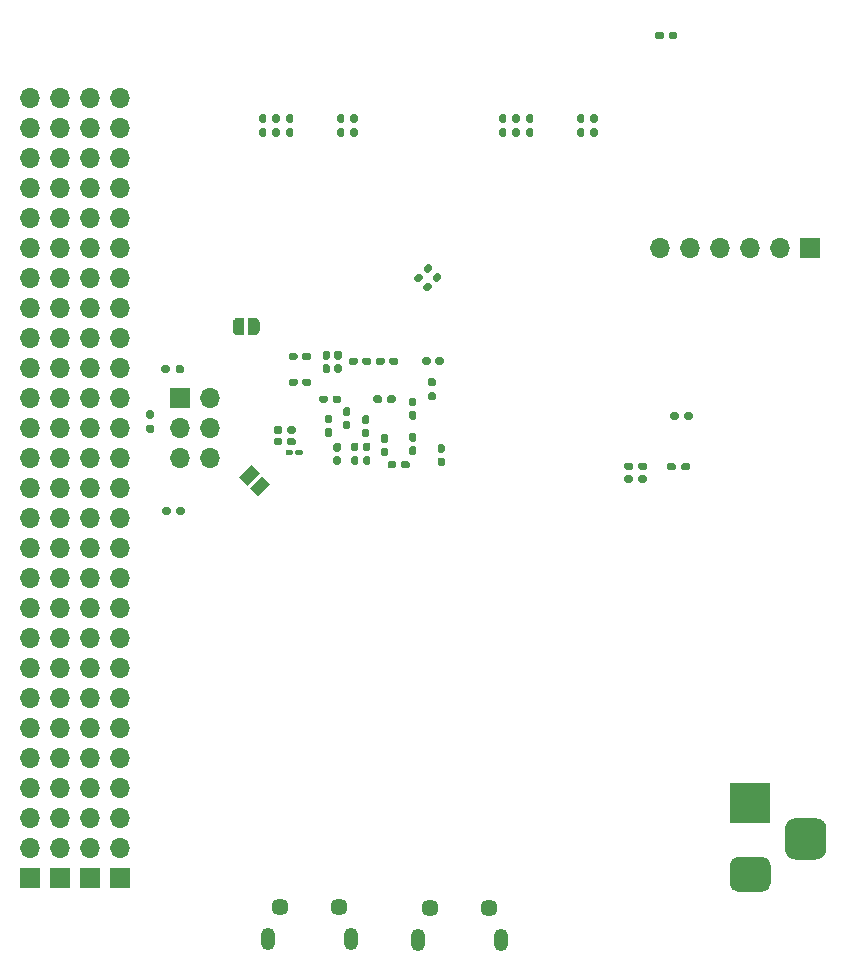
<source format=gbr>
%TF.GenerationSoftware,KiCad,Pcbnew,(5.1.8-0-10_14)*%
%TF.CreationDate,2020-12-07T13:54:23+00:00*%
%TF.ProjectId,STM32MP1_TestBoard,53544d33-324d-4503-915f-54657374426f,rev?*%
%TF.SameCoordinates,Original*%
%TF.FileFunction,Soldermask,Bot*%
%TF.FilePolarity,Negative*%
%FSLAX46Y46*%
G04 Gerber Fmt 4.6, Leading zero omitted, Abs format (unit mm)*
G04 Created by KiCad (PCBNEW (5.1.8-0-10_14)) date 2020-12-07 13:54:23*
%MOMM*%
%LPD*%
G01*
G04 APERTURE LIST*
%ADD10R,3.500000X3.500000*%
%ADD11O,1.200000X1.900000*%
%ADD12C,1.450000*%
%ADD13O,1.700000X1.700000*%
%ADD14R,1.700000X1.700000*%
%ADD15C,0.100000*%
G04 APERTURE END LIST*
%TO.C,J9*%
G36*
G01*
X196075000Y-140640000D02*
X194325000Y-140640000D01*
G75*
G02*
X193450000Y-139765000I0J875000D01*
G01*
X193450000Y-138015000D01*
G75*
G02*
X194325000Y-137140000I875000J0D01*
G01*
X196075000Y-137140000D01*
G75*
G02*
X196950000Y-138015000I0J-875000D01*
G01*
X196950000Y-139765000D01*
G75*
G02*
X196075000Y-140640000I-875000J0D01*
G01*
G37*
G36*
G01*
X191500000Y-143390000D02*
X189500000Y-143390000D01*
G75*
G02*
X188750000Y-142640000I0J750000D01*
G01*
X188750000Y-141140000D01*
G75*
G02*
X189500000Y-140390000I750000J0D01*
G01*
X191500000Y-140390000D01*
G75*
G02*
X192250000Y-141140000I0J-750000D01*
G01*
X192250000Y-142640000D01*
G75*
G02*
X191500000Y-143390000I-750000J0D01*
G01*
G37*
D10*
X190500000Y-135890000D03*
%TD*%
%TO.C,R2*%
G36*
G01*
X179842200Y-107513100D02*
X179842200Y-107193100D01*
G75*
G02*
X180002200Y-107033100I160000J0D01*
G01*
X180397200Y-107033100D01*
G75*
G02*
X180557200Y-107193100I0J-160000D01*
G01*
X180557200Y-107513100D01*
G75*
G02*
X180397200Y-107673100I-160000J0D01*
G01*
X180002200Y-107673100D01*
G75*
G02*
X179842200Y-107513100I0J160000D01*
G01*
G37*
G36*
G01*
X181037200Y-107513100D02*
X181037200Y-107193100D01*
G75*
G02*
X181197200Y-107033100I160000J0D01*
G01*
X181592200Y-107033100D01*
G75*
G02*
X181752200Y-107193100I0J-160000D01*
G01*
X181752200Y-107513100D01*
G75*
G02*
X181592200Y-107673100I-160000J0D01*
G01*
X181197200Y-107673100D01*
G75*
G02*
X181037200Y-107513100I0J160000D01*
G01*
G37*
%TD*%
%TO.C,R11*%
G36*
G01*
X181752200Y-108259900D02*
X181752200Y-108579900D01*
G75*
G02*
X181592200Y-108739900I-160000J0D01*
G01*
X181197200Y-108739900D01*
G75*
G02*
X181037200Y-108579900I0J160000D01*
G01*
X181037200Y-108259900D01*
G75*
G02*
X181197200Y-108099900I160000J0D01*
G01*
X181592200Y-108099900D01*
G75*
G02*
X181752200Y-108259900I0J-160000D01*
G01*
G37*
G36*
G01*
X180557200Y-108259900D02*
X180557200Y-108579900D01*
G75*
G02*
X180397200Y-108739900I-160000J0D01*
G01*
X180002200Y-108739900D01*
G75*
G02*
X179842200Y-108579900I0J160000D01*
G01*
X179842200Y-108259900D01*
G75*
G02*
X180002200Y-108099900I160000J0D01*
G01*
X180397200Y-108099900D01*
G75*
G02*
X180557200Y-108259900I0J-160000D01*
G01*
G37*
%TD*%
%TO.C,R14*%
G36*
G01*
X185625700Y-102913200D02*
X185625700Y-103233200D01*
G75*
G02*
X185465700Y-103393200I-160000J0D01*
G01*
X185070700Y-103393200D01*
G75*
G02*
X184910700Y-103233200I0J160000D01*
G01*
X184910700Y-102913200D01*
G75*
G02*
X185070700Y-102753200I160000J0D01*
G01*
X185465700Y-102753200D01*
G75*
G02*
X185625700Y-102913200I0J-160000D01*
G01*
G37*
G36*
G01*
X184430700Y-102913200D02*
X184430700Y-103233200D01*
G75*
G02*
X184270700Y-103393200I-160000J0D01*
G01*
X183875700Y-103393200D01*
G75*
G02*
X183715700Y-103233200I0J160000D01*
G01*
X183715700Y-102913200D01*
G75*
G02*
X183875700Y-102753200I160000J0D01*
G01*
X184270700Y-102753200D01*
G75*
G02*
X184430700Y-102913200I0J-160000D01*
G01*
G37*
%TD*%
%TO.C,R6*%
G36*
G01*
X183474400Y-107525800D02*
X183474400Y-107205800D01*
G75*
G02*
X183634400Y-107045800I160000J0D01*
G01*
X184029400Y-107045800D01*
G75*
G02*
X184189400Y-107205800I0J-160000D01*
G01*
X184189400Y-107525800D01*
G75*
G02*
X184029400Y-107685800I-160000J0D01*
G01*
X183634400Y-107685800D01*
G75*
G02*
X183474400Y-107525800I0J160000D01*
G01*
G37*
G36*
G01*
X184669400Y-107525800D02*
X184669400Y-107205800D01*
G75*
G02*
X184829400Y-107045800I160000J0D01*
G01*
X185224400Y-107045800D01*
G75*
G02*
X185384400Y-107205800I0J-160000D01*
G01*
X185384400Y-107525800D01*
G75*
G02*
X185224400Y-107685800I-160000J0D01*
G01*
X184829400Y-107685800D01*
G75*
G02*
X184669400Y-107525800I0J160000D01*
G01*
G37*
%TD*%
D11*
%TO.C,J8*%
X156687400Y-147338300D03*
X149687400Y-147338300D03*
D12*
X155687400Y-144638300D03*
X150687400Y-144638300D03*
%TD*%
D13*
%TO.C,J7*%
X182880000Y-88900000D03*
X185420000Y-88900000D03*
X187960000Y-88900000D03*
X190500000Y-88900000D03*
X193040000Y-88900000D03*
D14*
X195580000Y-88900000D03*
%TD*%
D13*
%TO.C,J5*%
X144780000Y-106680000D03*
X142240000Y-106680000D03*
X144780000Y-104140000D03*
X142240000Y-104140000D03*
X144780000Y-101600000D03*
D14*
X142240000Y-101600000D03*
%TD*%
D13*
%TO.C,J4*%
X129540000Y-76200000D03*
X129540000Y-78740000D03*
X129540000Y-81280000D03*
X129540000Y-83820000D03*
X129540000Y-86360000D03*
X129540000Y-88900000D03*
X129540000Y-91440000D03*
X129540000Y-93980000D03*
X129540000Y-96520000D03*
X129540000Y-99060000D03*
X129540000Y-101600000D03*
X129540000Y-104140000D03*
X129540000Y-106680000D03*
X129540000Y-109220000D03*
X129540000Y-111760000D03*
X129540000Y-114300000D03*
X129540000Y-116840000D03*
X129540000Y-119380000D03*
X129540000Y-121920000D03*
X129540000Y-124460000D03*
X129540000Y-127000000D03*
X129540000Y-129540000D03*
X129540000Y-132080000D03*
X129540000Y-134620000D03*
X129540000Y-137160000D03*
X129540000Y-139700000D03*
D14*
X129540000Y-142240000D03*
%TD*%
D13*
%TO.C,J3*%
X132080000Y-76200000D03*
X132080000Y-78740000D03*
X132080000Y-81280000D03*
X132080000Y-83820000D03*
X132080000Y-86360000D03*
X132080000Y-88900000D03*
X132080000Y-91440000D03*
X132080000Y-93980000D03*
X132080000Y-96520000D03*
X132080000Y-99060000D03*
X132080000Y-101600000D03*
X132080000Y-104140000D03*
X132080000Y-106680000D03*
X132080000Y-109220000D03*
X132080000Y-111760000D03*
X132080000Y-114300000D03*
X132080000Y-116840000D03*
X132080000Y-119380000D03*
X132080000Y-121920000D03*
X132080000Y-124460000D03*
X132080000Y-127000000D03*
X132080000Y-129540000D03*
X132080000Y-132080000D03*
X132080000Y-134620000D03*
X132080000Y-137160000D03*
X132080000Y-139700000D03*
D14*
X132080000Y-142240000D03*
%TD*%
D13*
%TO.C,J2*%
X134620000Y-76200000D03*
X134620000Y-78740000D03*
X134620000Y-81280000D03*
X134620000Y-83820000D03*
X134620000Y-86360000D03*
X134620000Y-88900000D03*
X134620000Y-91440000D03*
X134620000Y-93980000D03*
X134620000Y-96520000D03*
X134620000Y-99060000D03*
X134620000Y-101600000D03*
X134620000Y-104140000D03*
X134620000Y-106680000D03*
X134620000Y-109220000D03*
X134620000Y-111760000D03*
X134620000Y-114300000D03*
X134620000Y-116840000D03*
X134620000Y-119380000D03*
X134620000Y-121920000D03*
X134620000Y-124460000D03*
X134620000Y-127000000D03*
X134620000Y-129540000D03*
X134620000Y-132080000D03*
X134620000Y-134620000D03*
X134620000Y-137160000D03*
X134620000Y-139700000D03*
D14*
X134620000Y-142240000D03*
%TD*%
D13*
%TO.C,J1*%
X137160000Y-76200000D03*
X137160000Y-78740000D03*
X137160000Y-81280000D03*
X137160000Y-83820000D03*
X137160000Y-86360000D03*
X137160000Y-88900000D03*
X137160000Y-91440000D03*
X137160000Y-93980000D03*
X137160000Y-96520000D03*
X137160000Y-99060000D03*
X137160000Y-101600000D03*
X137160000Y-104140000D03*
X137160000Y-106680000D03*
X137160000Y-109220000D03*
X137160000Y-111760000D03*
X137160000Y-114300000D03*
X137160000Y-116840000D03*
X137160000Y-119380000D03*
X137160000Y-121920000D03*
X137160000Y-124460000D03*
X137160000Y-127000000D03*
X137160000Y-129540000D03*
X137160000Y-132080000D03*
X137160000Y-134620000D03*
X137160000Y-137160000D03*
X137160000Y-139700000D03*
D14*
X137160000Y-142240000D03*
%TD*%
%TO.C,C69*%
G36*
G01*
X162704500Y-98580000D02*
X162704500Y-98270000D01*
G75*
G02*
X162859500Y-98115000I155000J0D01*
G01*
X163284500Y-98115000D01*
G75*
G02*
X163439500Y-98270000I0J-155000D01*
G01*
X163439500Y-98580000D01*
G75*
G02*
X163284500Y-98735000I-155000J0D01*
G01*
X162859500Y-98735000D01*
G75*
G02*
X162704500Y-98580000I0J155000D01*
G01*
G37*
G36*
G01*
X163839500Y-98580000D02*
X163839500Y-98270000D01*
G75*
G02*
X163994500Y-98115000I155000J0D01*
G01*
X164419500Y-98115000D01*
G75*
G02*
X164574500Y-98270000I0J-155000D01*
G01*
X164574500Y-98580000D01*
G75*
G02*
X164419500Y-98735000I-155000J0D01*
G01*
X163994500Y-98735000D01*
G75*
G02*
X163839500Y-98580000I0J155000D01*
G01*
G37*
%TD*%
%TO.C,C70*%
G36*
G01*
X163365544Y-90224753D02*
X163584747Y-90443956D01*
G75*
G02*
X163584747Y-90663160I-109602J-109602D01*
G01*
X163284226Y-90963681D01*
G75*
G02*
X163065022Y-90963681I-109602J109602D01*
G01*
X162845819Y-90744478D01*
G75*
G02*
X162845819Y-90525274I109602J109602D01*
G01*
X163146340Y-90224753D01*
G75*
G02*
X163365544Y-90224753I109602J-109602D01*
G01*
G37*
G36*
G01*
X162562978Y-91027319D02*
X162782181Y-91246522D01*
G75*
G02*
X162782181Y-91465726I-109602J-109602D01*
G01*
X162481660Y-91766247D01*
G75*
G02*
X162262456Y-91766247I-109602J109602D01*
G01*
X162043253Y-91547044D01*
G75*
G02*
X162043253Y-91327840I109602J109602D01*
G01*
X162343774Y-91027319D01*
G75*
G02*
X162562978Y-91027319I109602J-109602D01*
G01*
G37*
%TD*%
%TO.C,L3*%
G36*
G01*
X151165900Y-106272000D02*
X151165900Y-106072000D01*
G75*
G02*
X151265900Y-105972000I100000J0D01*
G01*
X151700900Y-105972000D01*
G75*
G02*
X151800900Y-106072000I0J-100000D01*
G01*
X151800900Y-106272000D01*
G75*
G02*
X151700900Y-106372000I-100000J0D01*
G01*
X151265900Y-106372000D01*
G75*
G02*
X151165900Y-106272000I0J100000D01*
G01*
G37*
G36*
G01*
X151980900Y-106272000D02*
X151980900Y-106072000D01*
G75*
G02*
X152080900Y-105972000I100000J0D01*
G01*
X152515900Y-105972000D01*
G75*
G02*
X152615900Y-106072000I0J-100000D01*
G01*
X152615900Y-106272000D01*
G75*
G02*
X152515900Y-106372000I-100000J0D01*
G01*
X152080900Y-106372000D01*
G75*
G02*
X151980900Y-106272000I0J100000D01*
G01*
G37*
%TD*%
D15*
%TO.C,JP4*%
G36*
X147193279Y-108274339D02*
G01*
X148253939Y-107213679D01*
X148961045Y-107920785D01*
X147900385Y-108981445D01*
X147193279Y-108274339D01*
G37*
G36*
X148112517Y-109193577D02*
G01*
X149173177Y-108132917D01*
X149880283Y-108840023D01*
X148819623Y-109900683D01*
X148112517Y-109193577D01*
G37*
%TD*%
%TO.C,C33*%
G36*
G01*
X156492000Y-104211400D02*
X156182000Y-104211400D01*
G75*
G02*
X156027000Y-104056400I0J155000D01*
G01*
X156027000Y-103631400D01*
G75*
G02*
X156182000Y-103476400I155000J0D01*
G01*
X156492000Y-103476400D01*
G75*
G02*
X156647000Y-103631400I0J-155000D01*
G01*
X156647000Y-104056400D01*
G75*
G02*
X156492000Y-104211400I-155000J0D01*
G01*
G37*
G36*
G01*
X156492000Y-103076400D02*
X156182000Y-103076400D01*
G75*
G02*
X156027000Y-102921400I0J155000D01*
G01*
X156027000Y-102496400D01*
G75*
G02*
X156182000Y-102341400I155000J0D01*
G01*
X156492000Y-102341400D01*
G75*
G02*
X156647000Y-102496400I0J-155000D01*
G01*
X156647000Y-102921400D01*
G75*
G02*
X156492000Y-103076400I-155000J0D01*
G01*
G37*
%TD*%
%TO.C,C32*%
G36*
G01*
X159382400Y-104627400D02*
X159692400Y-104627400D01*
G75*
G02*
X159847400Y-104782400I0J-155000D01*
G01*
X159847400Y-105207400D01*
G75*
G02*
X159692400Y-105362400I-155000J0D01*
G01*
X159382400Y-105362400D01*
G75*
G02*
X159227400Y-105207400I0J155000D01*
G01*
X159227400Y-104782400D01*
G75*
G02*
X159382400Y-104627400I155000J0D01*
G01*
G37*
G36*
G01*
X159382400Y-105762400D02*
X159692400Y-105762400D01*
G75*
G02*
X159847400Y-105917400I0J-155000D01*
G01*
X159847400Y-106342400D01*
G75*
G02*
X159692400Y-106497400I-155000J0D01*
G01*
X159382400Y-106497400D01*
G75*
G02*
X159227400Y-106342400I0J155000D01*
G01*
X159227400Y-105917400D01*
G75*
G02*
X159382400Y-105762400I155000J0D01*
G01*
G37*
%TD*%
%TO.C,C31*%
G36*
G01*
X152014200Y-105102600D02*
X152014200Y-105412600D01*
G75*
G02*
X151859200Y-105567600I-155000J0D01*
G01*
X151434200Y-105567600D01*
G75*
G02*
X151279200Y-105412600I0J155000D01*
G01*
X151279200Y-105102600D01*
G75*
G02*
X151434200Y-104947600I155000J0D01*
G01*
X151859200Y-104947600D01*
G75*
G02*
X152014200Y-105102600I0J-155000D01*
G01*
G37*
G36*
G01*
X150879200Y-105102600D02*
X150879200Y-105412600D01*
G75*
G02*
X150724200Y-105567600I-155000J0D01*
G01*
X150299200Y-105567600D01*
G75*
G02*
X150144200Y-105412600I0J155000D01*
G01*
X150144200Y-105102600D01*
G75*
G02*
X150299200Y-104947600I155000J0D01*
G01*
X150724200Y-104947600D01*
G75*
G02*
X150879200Y-105102600I0J-155000D01*
G01*
G37*
%TD*%
%TO.C,C34*%
G36*
G01*
X155755400Y-99436200D02*
X155445400Y-99436200D01*
G75*
G02*
X155290400Y-99281200I0J155000D01*
G01*
X155290400Y-98856200D01*
G75*
G02*
X155445400Y-98701200I155000J0D01*
G01*
X155755400Y-98701200D01*
G75*
G02*
X155910400Y-98856200I0J-155000D01*
G01*
X155910400Y-99281200D01*
G75*
G02*
X155755400Y-99436200I-155000J0D01*
G01*
G37*
G36*
G01*
X155755400Y-98301200D02*
X155445400Y-98301200D01*
G75*
G02*
X155290400Y-98146200I0J155000D01*
G01*
X155290400Y-97721200D01*
G75*
G02*
X155445400Y-97566200I155000J0D01*
G01*
X155755400Y-97566200D01*
G75*
G02*
X155910400Y-97721200I0J-155000D01*
G01*
X155910400Y-98146200D01*
G75*
G02*
X155755400Y-98301200I-155000J0D01*
G01*
G37*
%TD*%
%TO.C,C12*%
G36*
G01*
X155679200Y-107234000D02*
X155369200Y-107234000D01*
G75*
G02*
X155214200Y-107079000I0J155000D01*
G01*
X155214200Y-106654000D01*
G75*
G02*
X155369200Y-106499000I155000J0D01*
G01*
X155679200Y-106499000D01*
G75*
G02*
X155834200Y-106654000I0J-155000D01*
G01*
X155834200Y-107079000D01*
G75*
G02*
X155679200Y-107234000I-155000J0D01*
G01*
G37*
G36*
G01*
X155679200Y-106099000D02*
X155369200Y-106099000D01*
G75*
G02*
X155214200Y-105944000I0J155000D01*
G01*
X155214200Y-105519000D01*
G75*
G02*
X155369200Y-105364000I155000J0D01*
G01*
X155679200Y-105364000D01*
G75*
G02*
X155834200Y-105519000I0J-155000D01*
G01*
X155834200Y-105944000D01*
G75*
G02*
X155679200Y-106099000I-155000J0D01*
G01*
G37*
%TD*%
%TO.C,C7*%
G36*
G01*
X164127544Y-90986753D02*
X164346747Y-91205956D01*
G75*
G02*
X164346747Y-91425160I-109602J-109602D01*
G01*
X164046226Y-91725681D01*
G75*
G02*
X163827022Y-91725681I-109602J109602D01*
G01*
X163607819Y-91506478D01*
G75*
G02*
X163607819Y-91287274I109602J109602D01*
G01*
X163908340Y-90986753D01*
G75*
G02*
X164127544Y-90986753I109602J-109602D01*
G01*
G37*
G36*
G01*
X163324978Y-91789319D02*
X163544181Y-92008522D01*
G75*
G02*
X163544181Y-92227726I-109602J-109602D01*
G01*
X163243660Y-92528247D01*
G75*
G02*
X163024456Y-92528247I-109602J109602D01*
G01*
X162805253Y-92309044D01*
G75*
G02*
X162805253Y-92089840I109602J109602D01*
G01*
X163105774Y-91789319D01*
G75*
G02*
X163324978Y-91789319I109602J-109602D01*
G01*
G37*
%TD*%
%TO.C,C35*%
G36*
G01*
X153309600Y-100073400D02*
X153309600Y-100383400D01*
G75*
G02*
X153154600Y-100538400I-155000J0D01*
G01*
X152729600Y-100538400D01*
G75*
G02*
X152574600Y-100383400I0J155000D01*
G01*
X152574600Y-100073400D01*
G75*
G02*
X152729600Y-99918400I155000J0D01*
G01*
X153154600Y-99918400D01*
G75*
G02*
X153309600Y-100073400I0J-155000D01*
G01*
G37*
G36*
G01*
X152174600Y-100073400D02*
X152174600Y-100383400D01*
G75*
G02*
X152019600Y-100538400I-155000J0D01*
G01*
X151594600Y-100538400D01*
G75*
G02*
X151439600Y-100383400I0J155000D01*
G01*
X151439600Y-100073400D01*
G75*
G02*
X151594600Y-99918400I155000J0D01*
G01*
X152019600Y-99918400D01*
G75*
G02*
X152174600Y-100073400I0J-155000D01*
G01*
G37*
%TD*%
%TO.C,C30*%
G36*
G01*
X162080000Y-106395800D02*
X161770000Y-106395800D01*
G75*
G02*
X161615000Y-106240800I0J155000D01*
G01*
X161615000Y-105815800D01*
G75*
G02*
X161770000Y-105660800I155000J0D01*
G01*
X162080000Y-105660800D01*
G75*
G02*
X162235000Y-105815800I0J-155000D01*
G01*
X162235000Y-106240800D01*
G75*
G02*
X162080000Y-106395800I-155000J0D01*
G01*
G37*
G36*
G01*
X162080000Y-105260800D02*
X161770000Y-105260800D01*
G75*
G02*
X161615000Y-105105800I0J155000D01*
G01*
X161615000Y-104680800D01*
G75*
G02*
X161770000Y-104525800I155000J0D01*
G01*
X162080000Y-104525800D01*
G75*
G02*
X162235000Y-104680800I0J-155000D01*
G01*
X162235000Y-105105800D01*
G75*
G02*
X162080000Y-105260800I-155000J0D01*
G01*
G37*
%TD*%
%TO.C,C29*%
G36*
G01*
X157782200Y-103027200D02*
X158092200Y-103027200D01*
G75*
G02*
X158247200Y-103182200I0J-155000D01*
G01*
X158247200Y-103607200D01*
G75*
G02*
X158092200Y-103762200I-155000J0D01*
G01*
X157782200Y-103762200D01*
G75*
G02*
X157627200Y-103607200I0J155000D01*
G01*
X157627200Y-103182200D01*
G75*
G02*
X157782200Y-103027200I155000J0D01*
G01*
G37*
G36*
G01*
X157782200Y-104162200D02*
X158092200Y-104162200D01*
G75*
G02*
X158247200Y-104317200I0J-155000D01*
G01*
X158247200Y-104742200D01*
G75*
G02*
X158092200Y-104897200I-155000J0D01*
G01*
X157782200Y-104897200D01*
G75*
G02*
X157627200Y-104742200I0J155000D01*
G01*
X157627200Y-104317200D01*
G75*
G02*
X157782200Y-104162200I155000J0D01*
G01*
G37*
%TD*%
%TO.C,C28*%
G36*
G01*
X154942600Y-104846400D02*
X154632600Y-104846400D01*
G75*
G02*
X154477600Y-104691400I0J155000D01*
G01*
X154477600Y-104266400D01*
G75*
G02*
X154632600Y-104111400I155000J0D01*
G01*
X154942600Y-104111400D01*
G75*
G02*
X155097600Y-104266400I0J-155000D01*
G01*
X155097600Y-104691400D01*
G75*
G02*
X154942600Y-104846400I-155000J0D01*
G01*
G37*
G36*
G01*
X154942600Y-103711400D02*
X154632600Y-103711400D01*
G75*
G02*
X154477600Y-103556400I0J155000D01*
G01*
X154477600Y-103131400D01*
G75*
G02*
X154632600Y-102976400I155000J0D01*
G01*
X154942600Y-102976400D01*
G75*
G02*
X155097600Y-103131400I0J-155000D01*
G01*
X155097600Y-103556400D01*
G75*
G02*
X154942600Y-103711400I-155000J0D01*
G01*
G37*
%TD*%
%TO.C,C27*%
G36*
G01*
X156867800Y-105338600D02*
X157177800Y-105338600D01*
G75*
G02*
X157332800Y-105493600I0J-155000D01*
G01*
X157332800Y-105918600D01*
G75*
G02*
X157177800Y-106073600I-155000J0D01*
G01*
X156867800Y-106073600D01*
G75*
G02*
X156712800Y-105918600I0J155000D01*
G01*
X156712800Y-105493600D01*
G75*
G02*
X156867800Y-105338600I155000J0D01*
G01*
G37*
G36*
G01*
X156867800Y-106473600D02*
X157177800Y-106473600D01*
G75*
G02*
X157332800Y-106628600I0J-155000D01*
G01*
X157332800Y-107053600D01*
G75*
G02*
X157177800Y-107208600I-155000J0D01*
G01*
X156867800Y-107208600D01*
G75*
G02*
X156712800Y-107053600I0J155000D01*
G01*
X156712800Y-106628600D01*
G75*
G02*
X156867800Y-106473600I155000J0D01*
G01*
G37*
%TD*%
%TO.C,C26*%
G36*
G01*
X156519600Y-98605400D02*
X156519600Y-98295400D01*
G75*
G02*
X156674600Y-98140400I155000J0D01*
G01*
X157099600Y-98140400D01*
G75*
G02*
X157254600Y-98295400I0J-155000D01*
G01*
X157254600Y-98605400D01*
G75*
G02*
X157099600Y-98760400I-155000J0D01*
G01*
X156674600Y-98760400D01*
G75*
G02*
X156519600Y-98605400I0J155000D01*
G01*
G37*
G36*
G01*
X157654600Y-98605400D02*
X157654600Y-98295400D01*
G75*
G02*
X157809600Y-98140400I155000J0D01*
G01*
X158234600Y-98140400D01*
G75*
G02*
X158389600Y-98295400I0J-155000D01*
G01*
X158389600Y-98605400D01*
G75*
G02*
X158234600Y-98760400I-155000J0D01*
G01*
X157809600Y-98760400D01*
G75*
G02*
X157654600Y-98605400I0J155000D01*
G01*
G37*
%TD*%
%TO.C,C25*%
G36*
G01*
X161770000Y-101528600D02*
X162080000Y-101528600D01*
G75*
G02*
X162235000Y-101683600I0J-155000D01*
G01*
X162235000Y-102108600D01*
G75*
G02*
X162080000Y-102263600I-155000J0D01*
G01*
X161770000Y-102263600D01*
G75*
G02*
X161615000Y-102108600I0J155000D01*
G01*
X161615000Y-101683600D01*
G75*
G02*
X161770000Y-101528600I155000J0D01*
G01*
G37*
G36*
G01*
X161770000Y-102663600D02*
X162080000Y-102663600D01*
G75*
G02*
X162235000Y-102818600I0J-155000D01*
G01*
X162235000Y-103243600D01*
G75*
G02*
X162080000Y-103398600I-155000J0D01*
G01*
X161770000Y-103398600D01*
G75*
G02*
X161615000Y-103243600I0J155000D01*
G01*
X161615000Y-102818600D01*
G75*
G02*
X161770000Y-102663600I155000J0D01*
G01*
G37*
%TD*%
%TO.C,C24*%
G36*
G01*
X157883800Y-105338600D02*
X158193800Y-105338600D01*
G75*
G02*
X158348800Y-105493600I0J-155000D01*
G01*
X158348800Y-105918600D01*
G75*
G02*
X158193800Y-106073600I-155000J0D01*
G01*
X157883800Y-106073600D01*
G75*
G02*
X157728800Y-105918600I0J155000D01*
G01*
X157728800Y-105493600D01*
G75*
G02*
X157883800Y-105338600I155000J0D01*
G01*
G37*
G36*
G01*
X157883800Y-106473600D02*
X158193800Y-106473600D01*
G75*
G02*
X158348800Y-106628600I0J-155000D01*
G01*
X158348800Y-107053600D01*
G75*
G02*
X158193800Y-107208600I-155000J0D01*
G01*
X157883800Y-107208600D01*
G75*
G02*
X157728800Y-107053600I0J155000D01*
G01*
X157728800Y-106628600D01*
G75*
G02*
X157883800Y-106473600I155000J0D01*
G01*
G37*
%TD*%
%TO.C,C23*%
G36*
G01*
X164183000Y-105465600D02*
X164493000Y-105465600D01*
G75*
G02*
X164648000Y-105620600I0J-155000D01*
G01*
X164648000Y-106045600D01*
G75*
G02*
X164493000Y-106200600I-155000J0D01*
G01*
X164183000Y-106200600D01*
G75*
G02*
X164028000Y-106045600I0J155000D01*
G01*
X164028000Y-105620600D01*
G75*
G02*
X164183000Y-105465600I155000J0D01*
G01*
G37*
G36*
G01*
X164183000Y-106600600D02*
X164493000Y-106600600D01*
G75*
G02*
X164648000Y-106755600I0J-155000D01*
G01*
X164648000Y-107180600D01*
G75*
G02*
X164493000Y-107335600I-155000J0D01*
G01*
X164183000Y-107335600D01*
G75*
G02*
X164028000Y-107180600I0J155000D01*
G01*
X164028000Y-106755600D01*
G75*
G02*
X164183000Y-106600600I155000J0D01*
G01*
G37*
%TD*%
%TO.C,C22*%
G36*
G01*
X160675600Y-98295400D02*
X160675600Y-98605400D01*
G75*
G02*
X160520600Y-98760400I-155000J0D01*
G01*
X160095600Y-98760400D01*
G75*
G02*
X159940600Y-98605400I0J155000D01*
G01*
X159940600Y-98295400D01*
G75*
G02*
X160095600Y-98140400I155000J0D01*
G01*
X160520600Y-98140400D01*
G75*
G02*
X160675600Y-98295400I0J-155000D01*
G01*
G37*
G36*
G01*
X159540600Y-98295400D02*
X159540600Y-98605400D01*
G75*
G02*
X159385600Y-98760400I-155000J0D01*
G01*
X158960600Y-98760400D01*
G75*
G02*
X158805600Y-98605400I0J155000D01*
G01*
X158805600Y-98295400D01*
G75*
G02*
X158960600Y-98140400I155000J0D01*
G01*
X159385600Y-98140400D01*
G75*
G02*
X159540600Y-98295400I0J-155000D01*
G01*
G37*
%TD*%
%TO.C,C21*%
G36*
G01*
X154764800Y-99436200D02*
X154454800Y-99436200D01*
G75*
G02*
X154299800Y-99281200I0J155000D01*
G01*
X154299800Y-98856200D01*
G75*
G02*
X154454800Y-98701200I155000J0D01*
G01*
X154764800Y-98701200D01*
G75*
G02*
X154919800Y-98856200I0J-155000D01*
G01*
X154919800Y-99281200D01*
G75*
G02*
X154764800Y-99436200I-155000J0D01*
G01*
G37*
G36*
G01*
X154764800Y-98301200D02*
X154454800Y-98301200D01*
G75*
G02*
X154299800Y-98146200I0J155000D01*
G01*
X154299800Y-97721200D01*
G75*
G02*
X154454800Y-97566200I155000J0D01*
G01*
X154764800Y-97566200D01*
G75*
G02*
X154919800Y-97721200I0J-155000D01*
G01*
X154919800Y-98146200D01*
G75*
G02*
X154764800Y-98301200I-155000J0D01*
G01*
G37*
%TD*%
%TO.C,C20*%
G36*
G01*
X160472400Y-101495800D02*
X160472400Y-101805800D01*
G75*
G02*
X160317400Y-101960800I-155000J0D01*
G01*
X159892400Y-101960800D01*
G75*
G02*
X159737400Y-101805800I0J155000D01*
G01*
X159737400Y-101495800D01*
G75*
G02*
X159892400Y-101340800I155000J0D01*
G01*
X160317400Y-101340800D01*
G75*
G02*
X160472400Y-101495800I0J-155000D01*
G01*
G37*
G36*
G01*
X159337400Y-101495800D02*
X159337400Y-101805800D01*
G75*
G02*
X159182400Y-101960800I-155000J0D01*
G01*
X158757400Y-101960800D01*
G75*
G02*
X158602400Y-101805800I0J155000D01*
G01*
X158602400Y-101495800D01*
G75*
G02*
X158757400Y-101340800I155000J0D01*
G01*
X159182400Y-101340800D01*
G75*
G02*
X159337400Y-101495800I0J-155000D01*
G01*
G37*
%TD*%
%TO.C,C19*%
G36*
G01*
X161666200Y-107058400D02*
X161666200Y-107368400D01*
G75*
G02*
X161511200Y-107523400I-155000J0D01*
G01*
X161086200Y-107523400D01*
G75*
G02*
X160931200Y-107368400I0J155000D01*
G01*
X160931200Y-107058400D01*
G75*
G02*
X161086200Y-106903400I155000J0D01*
G01*
X161511200Y-106903400D01*
G75*
G02*
X161666200Y-107058400I0J-155000D01*
G01*
G37*
G36*
G01*
X160531200Y-107058400D02*
X160531200Y-107368400D01*
G75*
G02*
X160376200Y-107523400I-155000J0D01*
G01*
X159951200Y-107523400D01*
G75*
G02*
X159796200Y-107368400I0J155000D01*
G01*
X159796200Y-107058400D01*
G75*
G02*
X159951200Y-106903400I155000J0D01*
G01*
X160376200Y-106903400D01*
G75*
G02*
X160531200Y-107058400I0J-155000D01*
G01*
G37*
%TD*%
%TO.C,C18*%
G36*
G01*
X151439600Y-98199000D02*
X151439600Y-97889000D01*
G75*
G02*
X151594600Y-97734000I155000J0D01*
G01*
X152019600Y-97734000D01*
G75*
G02*
X152174600Y-97889000I0J-155000D01*
G01*
X152174600Y-98199000D01*
G75*
G02*
X152019600Y-98354000I-155000J0D01*
G01*
X151594600Y-98354000D01*
G75*
G02*
X151439600Y-98199000I0J155000D01*
G01*
G37*
G36*
G01*
X152574600Y-98199000D02*
X152574600Y-97889000D01*
G75*
G02*
X152729600Y-97734000I155000J0D01*
G01*
X153154600Y-97734000D01*
G75*
G02*
X153309600Y-97889000I0J-155000D01*
G01*
X153309600Y-98199000D01*
G75*
G02*
X153154600Y-98354000I-155000J0D01*
G01*
X152729600Y-98354000D01*
G75*
G02*
X152574600Y-98199000I0J155000D01*
G01*
G37*
%TD*%
%TO.C,C14*%
G36*
G01*
X150144200Y-104422000D02*
X150144200Y-104112000D01*
G75*
G02*
X150299200Y-103957000I155000J0D01*
G01*
X150724200Y-103957000D01*
G75*
G02*
X150879200Y-104112000I0J-155000D01*
G01*
X150879200Y-104422000D01*
G75*
G02*
X150724200Y-104577000I-155000J0D01*
G01*
X150299200Y-104577000D01*
G75*
G02*
X150144200Y-104422000I0J155000D01*
G01*
G37*
G36*
G01*
X151279200Y-104422000D02*
X151279200Y-104112000D01*
G75*
G02*
X151434200Y-103957000I155000J0D01*
G01*
X151859200Y-103957000D01*
G75*
G02*
X152014200Y-104112000I0J-155000D01*
G01*
X152014200Y-104422000D01*
G75*
G02*
X151859200Y-104577000I-155000J0D01*
G01*
X151434200Y-104577000D01*
G75*
G02*
X151279200Y-104422000I0J155000D01*
G01*
G37*
%TD*%
%TO.C,R47*%
G36*
G01*
X156812000Y-78726000D02*
X157132000Y-78726000D01*
G75*
G02*
X157292000Y-78886000I0J-160000D01*
G01*
X157292000Y-79281000D01*
G75*
G02*
X157132000Y-79441000I-160000J0D01*
G01*
X156812000Y-79441000D01*
G75*
G02*
X156652000Y-79281000I0J160000D01*
G01*
X156652000Y-78886000D01*
G75*
G02*
X156812000Y-78726000I160000J0D01*
G01*
G37*
G36*
G01*
X156812000Y-77531000D02*
X157132000Y-77531000D01*
G75*
G02*
X157292000Y-77691000I0J-160000D01*
G01*
X157292000Y-78086000D01*
G75*
G02*
X157132000Y-78246000I-160000J0D01*
G01*
X156812000Y-78246000D01*
G75*
G02*
X156652000Y-78086000I0J160000D01*
G01*
X156652000Y-77691000D01*
G75*
G02*
X156812000Y-77531000I160000J0D01*
G01*
G37*
%TD*%
%TO.C,R46*%
G36*
G01*
X155669000Y-78726000D02*
X155989000Y-78726000D01*
G75*
G02*
X156149000Y-78886000I0J-160000D01*
G01*
X156149000Y-79281000D01*
G75*
G02*
X155989000Y-79441000I-160000J0D01*
G01*
X155669000Y-79441000D01*
G75*
G02*
X155509000Y-79281000I0J160000D01*
G01*
X155509000Y-78886000D01*
G75*
G02*
X155669000Y-78726000I160000J0D01*
G01*
G37*
G36*
G01*
X155669000Y-77531000D02*
X155989000Y-77531000D01*
G75*
G02*
X156149000Y-77691000I0J-160000D01*
G01*
X156149000Y-78086000D01*
G75*
G02*
X155989000Y-78246000I-160000J0D01*
G01*
X155669000Y-78246000D01*
G75*
G02*
X155509000Y-78086000I0J160000D01*
G01*
X155509000Y-77691000D01*
G75*
G02*
X155669000Y-77531000I160000J0D01*
G01*
G37*
%TD*%
%TO.C,R45*%
G36*
G01*
X151351000Y-78726000D02*
X151671000Y-78726000D01*
G75*
G02*
X151831000Y-78886000I0J-160000D01*
G01*
X151831000Y-79281000D01*
G75*
G02*
X151671000Y-79441000I-160000J0D01*
G01*
X151351000Y-79441000D01*
G75*
G02*
X151191000Y-79281000I0J160000D01*
G01*
X151191000Y-78886000D01*
G75*
G02*
X151351000Y-78726000I160000J0D01*
G01*
G37*
G36*
G01*
X151351000Y-77531000D02*
X151671000Y-77531000D01*
G75*
G02*
X151831000Y-77691000I0J-160000D01*
G01*
X151831000Y-78086000D01*
G75*
G02*
X151671000Y-78246000I-160000J0D01*
G01*
X151351000Y-78246000D01*
G75*
G02*
X151191000Y-78086000I0J160000D01*
G01*
X151191000Y-77691000D01*
G75*
G02*
X151351000Y-77531000I160000J0D01*
G01*
G37*
%TD*%
%TO.C,R44*%
G36*
G01*
X150208000Y-78726000D02*
X150528000Y-78726000D01*
G75*
G02*
X150688000Y-78886000I0J-160000D01*
G01*
X150688000Y-79281000D01*
G75*
G02*
X150528000Y-79441000I-160000J0D01*
G01*
X150208000Y-79441000D01*
G75*
G02*
X150048000Y-79281000I0J160000D01*
G01*
X150048000Y-78886000D01*
G75*
G02*
X150208000Y-78726000I160000J0D01*
G01*
G37*
G36*
G01*
X150208000Y-77531000D02*
X150528000Y-77531000D01*
G75*
G02*
X150688000Y-77691000I0J-160000D01*
G01*
X150688000Y-78086000D01*
G75*
G02*
X150528000Y-78246000I-160000J0D01*
G01*
X150208000Y-78246000D01*
G75*
G02*
X150048000Y-78086000I0J160000D01*
G01*
X150048000Y-77691000D01*
G75*
G02*
X150208000Y-77531000I160000J0D01*
G01*
G37*
%TD*%
%TO.C,R43*%
G36*
G01*
X149065000Y-78726000D02*
X149385000Y-78726000D01*
G75*
G02*
X149545000Y-78886000I0J-160000D01*
G01*
X149545000Y-79281000D01*
G75*
G02*
X149385000Y-79441000I-160000J0D01*
G01*
X149065000Y-79441000D01*
G75*
G02*
X148905000Y-79281000I0J160000D01*
G01*
X148905000Y-78886000D01*
G75*
G02*
X149065000Y-78726000I160000J0D01*
G01*
G37*
G36*
G01*
X149065000Y-77531000D02*
X149385000Y-77531000D01*
G75*
G02*
X149545000Y-77691000I0J-160000D01*
G01*
X149545000Y-78086000D01*
G75*
G02*
X149385000Y-78246000I-160000J0D01*
G01*
X149065000Y-78246000D01*
G75*
G02*
X148905000Y-78086000I0J160000D01*
G01*
X148905000Y-77691000D01*
G75*
G02*
X149065000Y-77531000I160000J0D01*
G01*
G37*
%TD*%
%TO.C,R42*%
G36*
G01*
X177132000Y-78726000D02*
X177452000Y-78726000D01*
G75*
G02*
X177612000Y-78886000I0J-160000D01*
G01*
X177612000Y-79281000D01*
G75*
G02*
X177452000Y-79441000I-160000J0D01*
G01*
X177132000Y-79441000D01*
G75*
G02*
X176972000Y-79281000I0J160000D01*
G01*
X176972000Y-78886000D01*
G75*
G02*
X177132000Y-78726000I160000J0D01*
G01*
G37*
G36*
G01*
X177132000Y-77531000D02*
X177452000Y-77531000D01*
G75*
G02*
X177612000Y-77691000I0J-160000D01*
G01*
X177612000Y-78086000D01*
G75*
G02*
X177452000Y-78246000I-160000J0D01*
G01*
X177132000Y-78246000D01*
G75*
G02*
X176972000Y-78086000I0J160000D01*
G01*
X176972000Y-77691000D01*
G75*
G02*
X177132000Y-77531000I160000J0D01*
G01*
G37*
%TD*%
%TO.C,R41*%
G36*
G01*
X175989000Y-78726000D02*
X176309000Y-78726000D01*
G75*
G02*
X176469000Y-78886000I0J-160000D01*
G01*
X176469000Y-79281000D01*
G75*
G02*
X176309000Y-79441000I-160000J0D01*
G01*
X175989000Y-79441000D01*
G75*
G02*
X175829000Y-79281000I0J160000D01*
G01*
X175829000Y-78886000D01*
G75*
G02*
X175989000Y-78726000I160000J0D01*
G01*
G37*
G36*
G01*
X175989000Y-77531000D02*
X176309000Y-77531000D01*
G75*
G02*
X176469000Y-77691000I0J-160000D01*
G01*
X176469000Y-78086000D01*
G75*
G02*
X176309000Y-78246000I-160000J0D01*
G01*
X175989000Y-78246000D01*
G75*
G02*
X175829000Y-78086000I0J160000D01*
G01*
X175829000Y-77691000D01*
G75*
G02*
X175989000Y-77531000I160000J0D01*
G01*
G37*
%TD*%
%TO.C,R40*%
G36*
G01*
X171671000Y-78726000D02*
X171991000Y-78726000D01*
G75*
G02*
X172151000Y-78886000I0J-160000D01*
G01*
X172151000Y-79281000D01*
G75*
G02*
X171991000Y-79441000I-160000J0D01*
G01*
X171671000Y-79441000D01*
G75*
G02*
X171511000Y-79281000I0J160000D01*
G01*
X171511000Y-78886000D01*
G75*
G02*
X171671000Y-78726000I160000J0D01*
G01*
G37*
G36*
G01*
X171671000Y-77531000D02*
X171991000Y-77531000D01*
G75*
G02*
X172151000Y-77691000I0J-160000D01*
G01*
X172151000Y-78086000D01*
G75*
G02*
X171991000Y-78246000I-160000J0D01*
G01*
X171671000Y-78246000D01*
G75*
G02*
X171511000Y-78086000I0J160000D01*
G01*
X171511000Y-77691000D01*
G75*
G02*
X171671000Y-77531000I160000J0D01*
G01*
G37*
%TD*%
%TO.C,R13*%
G36*
G01*
X170528000Y-78726000D02*
X170848000Y-78726000D01*
G75*
G02*
X171008000Y-78886000I0J-160000D01*
G01*
X171008000Y-79281000D01*
G75*
G02*
X170848000Y-79441000I-160000J0D01*
G01*
X170528000Y-79441000D01*
G75*
G02*
X170368000Y-79281000I0J160000D01*
G01*
X170368000Y-78886000D01*
G75*
G02*
X170528000Y-78726000I160000J0D01*
G01*
G37*
G36*
G01*
X170528000Y-77531000D02*
X170848000Y-77531000D01*
G75*
G02*
X171008000Y-77691000I0J-160000D01*
G01*
X171008000Y-78086000D01*
G75*
G02*
X170848000Y-78246000I-160000J0D01*
G01*
X170528000Y-78246000D01*
G75*
G02*
X170368000Y-78086000I0J160000D01*
G01*
X170368000Y-77691000D01*
G75*
G02*
X170528000Y-77531000I160000J0D01*
G01*
G37*
%TD*%
%TO.C,R12*%
G36*
G01*
X169385000Y-78726000D02*
X169705000Y-78726000D01*
G75*
G02*
X169865000Y-78886000I0J-160000D01*
G01*
X169865000Y-79281000D01*
G75*
G02*
X169705000Y-79441000I-160000J0D01*
G01*
X169385000Y-79441000D01*
G75*
G02*
X169225000Y-79281000I0J160000D01*
G01*
X169225000Y-78886000D01*
G75*
G02*
X169385000Y-78726000I160000J0D01*
G01*
G37*
G36*
G01*
X169385000Y-77531000D02*
X169705000Y-77531000D01*
G75*
G02*
X169865000Y-77691000I0J-160000D01*
G01*
X169865000Y-78086000D01*
G75*
G02*
X169705000Y-78246000I-160000J0D01*
G01*
X169385000Y-78246000D01*
G75*
G02*
X169225000Y-78086000I0J160000D01*
G01*
X169225000Y-77691000D01*
G75*
G02*
X169385000Y-77531000I160000J0D01*
G01*
G37*
%TD*%
%TO.C,R10*%
G36*
G01*
X163390600Y-101052600D02*
X163710600Y-101052600D01*
G75*
G02*
X163870600Y-101212600I0J-160000D01*
G01*
X163870600Y-101607600D01*
G75*
G02*
X163710600Y-101767600I-160000J0D01*
G01*
X163390600Y-101767600D01*
G75*
G02*
X163230600Y-101607600I0J160000D01*
G01*
X163230600Y-101212600D01*
G75*
G02*
X163390600Y-101052600I160000J0D01*
G01*
G37*
G36*
G01*
X163390600Y-99857600D02*
X163710600Y-99857600D01*
G75*
G02*
X163870600Y-100017600I0J-160000D01*
G01*
X163870600Y-100412600D01*
G75*
G02*
X163710600Y-100572600I-160000J0D01*
G01*
X163390600Y-100572600D01*
G75*
G02*
X163230600Y-100412600I0J160000D01*
G01*
X163230600Y-100017600D01*
G75*
G02*
X163390600Y-99857600I160000J0D01*
G01*
G37*
%TD*%
%TO.C,R7*%
G36*
G01*
X141441200Y-110965000D02*
X141441200Y-111285000D01*
G75*
G02*
X141281200Y-111445000I-160000J0D01*
G01*
X140886200Y-111445000D01*
G75*
G02*
X140726200Y-111285000I0J160000D01*
G01*
X140726200Y-110965000D01*
G75*
G02*
X140886200Y-110805000I160000J0D01*
G01*
X141281200Y-110805000D01*
G75*
G02*
X141441200Y-110965000I0J-160000D01*
G01*
G37*
G36*
G01*
X142636200Y-110965000D02*
X142636200Y-111285000D01*
G75*
G02*
X142476200Y-111445000I-160000J0D01*
G01*
X142081200Y-111445000D01*
G75*
G02*
X141921200Y-111285000I0J160000D01*
G01*
X141921200Y-110965000D01*
G75*
G02*
X142081200Y-110805000I160000J0D01*
G01*
X142476200Y-110805000D01*
G75*
G02*
X142636200Y-110965000I0J-160000D01*
G01*
G37*
%TD*%
%TO.C,R5*%
G36*
G01*
X139860000Y-103328500D02*
X139540000Y-103328500D01*
G75*
G02*
X139380000Y-103168500I0J160000D01*
G01*
X139380000Y-102773500D01*
G75*
G02*
X139540000Y-102613500I160000J0D01*
G01*
X139860000Y-102613500D01*
G75*
G02*
X140020000Y-102773500I0J-160000D01*
G01*
X140020000Y-103168500D01*
G75*
G02*
X139860000Y-103328500I-160000J0D01*
G01*
G37*
G36*
G01*
X139860000Y-104523500D02*
X139540000Y-104523500D01*
G75*
G02*
X139380000Y-104363500I0J160000D01*
G01*
X139380000Y-103968500D01*
G75*
G02*
X139540000Y-103808500I160000J0D01*
G01*
X139860000Y-103808500D01*
G75*
G02*
X140020000Y-103968500I0J-160000D01*
G01*
X140020000Y-104363500D01*
G75*
G02*
X139860000Y-104523500I-160000J0D01*
G01*
G37*
%TD*%
%TO.C,R1*%
G36*
G01*
X141365000Y-98963500D02*
X141365000Y-99283500D01*
G75*
G02*
X141205000Y-99443500I-160000J0D01*
G01*
X140810000Y-99443500D01*
G75*
G02*
X140650000Y-99283500I0J160000D01*
G01*
X140650000Y-98963500D01*
G75*
G02*
X140810000Y-98803500I160000J0D01*
G01*
X141205000Y-98803500D01*
G75*
G02*
X141365000Y-98963500I0J-160000D01*
G01*
G37*
G36*
G01*
X142560000Y-98963500D02*
X142560000Y-99283500D01*
G75*
G02*
X142400000Y-99443500I-160000J0D01*
G01*
X142005000Y-99443500D01*
G75*
G02*
X141845000Y-99283500I0J160000D01*
G01*
X141845000Y-98963500D01*
G75*
G02*
X142005000Y-98803500I160000J0D01*
G01*
X142400000Y-98803500D01*
G75*
G02*
X142560000Y-98963500I0J-160000D01*
G01*
G37*
%TD*%
%TO.C,JP5*%
G36*
X147678000Y-96254000D02*
G01*
X147178000Y-96254000D01*
X147178000Y-96253398D01*
X147153466Y-96253398D01*
X147104635Y-96248588D01*
X147056510Y-96239016D01*
X147009555Y-96224772D01*
X146964222Y-96205995D01*
X146920949Y-96182864D01*
X146880150Y-96155604D01*
X146842221Y-96124476D01*
X146807524Y-96089779D01*
X146776396Y-96051850D01*
X146749136Y-96011051D01*
X146726005Y-95967778D01*
X146707228Y-95922445D01*
X146692984Y-95875490D01*
X146683412Y-95827365D01*
X146678602Y-95778534D01*
X146678602Y-95754000D01*
X146678000Y-95754000D01*
X146678000Y-95254000D01*
X146678602Y-95254000D01*
X146678602Y-95229466D01*
X146683412Y-95180635D01*
X146692984Y-95132510D01*
X146707228Y-95085555D01*
X146726005Y-95040222D01*
X146749136Y-94996949D01*
X146776396Y-94956150D01*
X146807524Y-94918221D01*
X146842221Y-94883524D01*
X146880150Y-94852396D01*
X146920949Y-94825136D01*
X146964222Y-94802005D01*
X147009555Y-94783228D01*
X147056510Y-94768984D01*
X147104635Y-94759412D01*
X147153466Y-94754602D01*
X147178000Y-94754602D01*
X147178000Y-94754000D01*
X147678000Y-94754000D01*
X147678000Y-96254000D01*
G37*
G36*
X148478000Y-94754602D02*
G01*
X148502534Y-94754602D01*
X148551365Y-94759412D01*
X148599490Y-94768984D01*
X148646445Y-94783228D01*
X148691778Y-94802005D01*
X148735051Y-94825136D01*
X148775850Y-94852396D01*
X148813779Y-94883524D01*
X148848476Y-94918221D01*
X148879604Y-94956150D01*
X148906864Y-94996949D01*
X148929995Y-95040222D01*
X148948772Y-95085555D01*
X148963016Y-95132510D01*
X148972588Y-95180635D01*
X148977398Y-95229466D01*
X148977398Y-95254000D01*
X148978000Y-95254000D01*
X148978000Y-95754000D01*
X148977398Y-95754000D01*
X148977398Y-95778534D01*
X148972588Y-95827365D01*
X148963016Y-95875490D01*
X148948772Y-95922445D01*
X148929995Y-95967778D01*
X148906864Y-96011051D01*
X148879604Y-96051850D01*
X148848476Y-96089779D01*
X148813779Y-96124476D01*
X148775850Y-96155604D01*
X148735051Y-96182864D01*
X148691778Y-96205995D01*
X148646445Y-96224772D01*
X148599490Y-96239016D01*
X148551365Y-96248588D01*
X148502534Y-96253398D01*
X148478000Y-96253398D01*
X148478000Y-96254000D01*
X147978000Y-96254000D01*
X147978000Y-94754000D01*
X148478000Y-94754000D01*
X148478000Y-94754602D01*
G37*
%TD*%
D11*
%TO.C,J14*%
X169362000Y-147414500D03*
X162362000Y-147414500D03*
D12*
X168362000Y-144714500D03*
X163362000Y-144714500D03*
%TD*%
%TO.C,C15*%
G36*
G01*
X155140000Y-101818500D02*
X155140000Y-101508500D01*
G75*
G02*
X155295000Y-101353500I155000J0D01*
G01*
X155720000Y-101353500D01*
G75*
G02*
X155875000Y-101508500I0J-155000D01*
G01*
X155875000Y-101818500D01*
G75*
G02*
X155720000Y-101973500I-155000J0D01*
G01*
X155295000Y-101973500D01*
G75*
G02*
X155140000Y-101818500I0J155000D01*
G01*
G37*
G36*
G01*
X154005000Y-101818500D02*
X154005000Y-101508500D01*
G75*
G02*
X154160000Y-101353500I155000J0D01*
G01*
X154585000Y-101353500D01*
G75*
G02*
X154740000Y-101508500I0J-155000D01*
G01*
X154740000Y-101818500D01*
G75*
G02*
X154585000Y-101973500I-155000J0D01*
G01*
X154160000Y-101973500D01*
G75*
G02*
X154005000Y-101818500I0J155000D01*
G01*
G37*
%TD*%
%TO.C,C13*%
G36*
G01*
X183188000Y-70711000D02*
X183188000Y-71021000D01*
G75*
G02*
X183033000Y-71176000I-155000J0D01*
G01*
X182608000Y-71176000D01*
G75*
G02*
X182453000Y-71021000I0J155000D01*
G01*
X182453000Y-70711000D01*
G75*
G02*
X182608000Y-70556000I155000J0D01*
G01*
X183033000Y-70556000D01*
G75*
G02*
X183188000Y-70711000I0J-155000D01*
G01*
G37*
G36*
G01*
X184323000Y-70711000D02*
X184323000Y-71021000D01*
G75*
G02*
X184168000Y-71176000I-155000J0D01*
G01*
X183743000Y-71176000D01*
G75*
G02*
X183588000Y-71021000I0J155000D01*
G01*
X183588000Y-70711000D01*
G75*
G02*
X183743000Y-70556000I155000J0D01*
G01*
X184168000Y-70556000D01*
G75*
G02*
X184323000Y-70711000I0J-155000D01*
G01*
G37*
%TD*%
M02*

</source>
